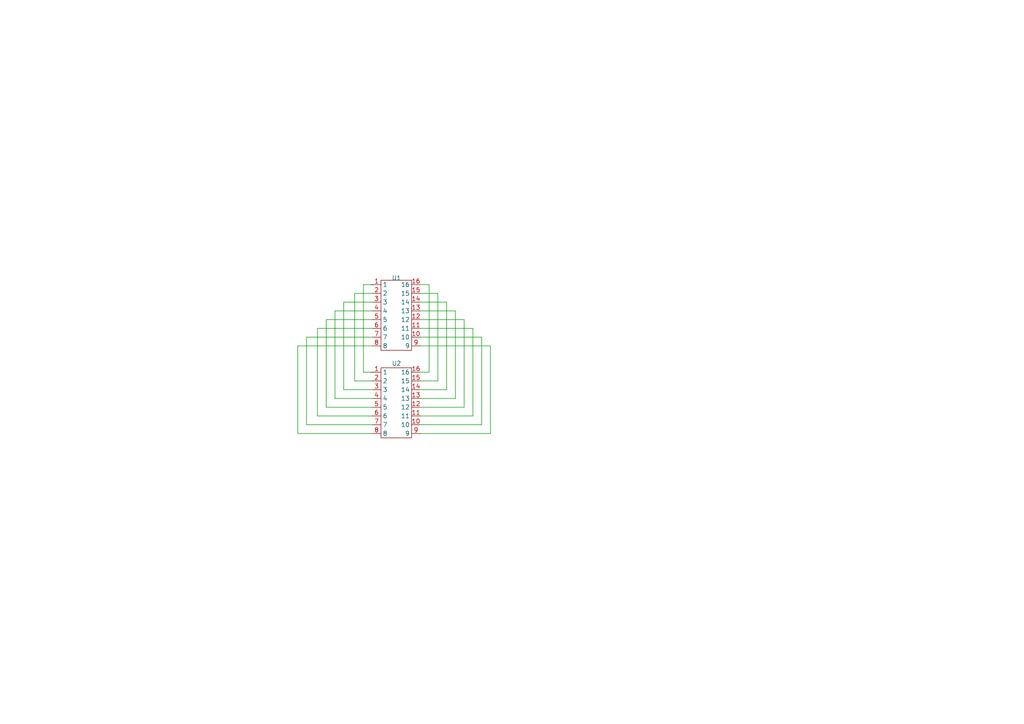
<source format=kicad_sch>
(kicad_sch (version 20230121) (generator eeschema)
  (paper "A4")
  (lib_symbols
    (symbol "16_1"
      (property "Reference" "U" (at 0.508 -0.889 0))
      (symbol "16_1_0_0"
        (pin passive line (at -6.35 7.62 0) (length 2.54) (name "1") (number "1"))
        (pin passive line (at 7.62 -7.62 180) (length 2.54) (name "10") (number "10"))
        (pin passive line (at 7.62 -5.08 180) (length 2.54) (name "11") (number "11"))
        (pin passive line (at 7.62 -2.54 180) (length 2.54) (name "12") (number "12"))
        (pin passive line (at 7.62 0 180) (length 2.54) (name "13") (number "13"))
        (pin passive line (at 7.62 2.54 180) (length 2.54) (name "14") (number "14"))
        (pin passive line (at 7.62 5.08 180) (length 2.54) (name "15") (number "15"))
        (pin passive line (at 7.62 7.62 180) (length 2.54) (name "16") (number "16"))
        (pin passive line (at -6.35 5.08 0) (length 2.54) (name "2") (number "2"))
        (pin passive line (at -6.35 2.54 0) (length 2.54) (name "3") (number "3"))
        (pin passive line (at -6.35 0 0) (length 2.54) (name "4") (number "4"))
        (pin passive line (at -6.35 -2.54 0) (length 2.54) (name "5") (number "5"))
        (pin passive line (at -6.35 -5.08 0) (length 2.54) (name "6") (number "6"))
        (pin passive line (at -6.35 -7.62 0) (length 2.54) (name "7") (number "7"))
        (pin passive line (at -6.35 -10.16 0) (length 2.54) (name "8") (number "8"))
        (pin passive line (at 7.62 -10.16 180) (length 2.54) (name "9") (number "9"))
      )
      (symbol "16_1_0_1"
        (rectangle (start -3.81 8.89) (end 5.08 -11.43))
      )
    )
    (symbol "Custom_Generic:16"
      (property "Reference" "U" (at 0.508 -0.889 0))
      (symbol "16_0_0"
        (pin passive line (at -6.35 7.62 0) (length 2.54) (name "1") (number "1"))
        (pin passive line (at 7.62 -7.62 180) (length 2.54) (name "10") (number "10"))
        (pin passive line (at 7.62 -5.08 180) (length 2.54) (name "11") (number "11"))
        (pin passive line (at 7.62 -2.54 180) (length 2.54) (name "12") (number "12"))
        (pin passive line (at 7.62 0 180) (length 2.54) (name "13") (number "13"))
        (pin passive line (at 7.62 2.54 180) (length 2.54) (name "14") (number "14"))
        (pin passive line (at 7.62 5.08 180) (length 2.54) (name "15") (number "15"))
        (pin passive line (at 7.62 7.62 180) (length 2.54) (name "16") (number "16"))
        (pin passive line (at -6.35 5.08 0) (length 2.54) (name "2") (number "2"))
        (pin passive line (at -6.35 2.54 0) (length 2.54) (name "3") (number "3"))
        (pin passive line (at -6.35 0 0) (length 2.54) (name "4") (number "4"))
        (pin passive line (at -6.35 -2.54 0) (length 2.54) (name "5") (number "5"))
        (pin passive line (at -6.35 -5.08 0) (length 2.54) (name "6") (number "6"))
        (pin passive line (at -6.35 -7.62 0) (length 2.54) (name "7") (number "7"))
        (pin passive line (at -6.35 -10.16 0) (length 2.54) (name "8") (number "8"))
        (pin passive line (at 7.62 -10.16 180) (length 2.54) (name "9") (number "9"))
      )
      (symbol "16_0_1"
        (rectangle (start -3.81 8.89) (end 5.08 -11.43))
      )
    )
  )
  (wire (pts (xy 107.95 100.33) (xy 86.36 100.33)))
  (wire (pts (xy 92.075 120.65) (xy 107.95 120.65)))
  (wire (pts (xy 105.41 82.55) (xy 105.41 107.95)))
  (wire (pts (xy 121.92 87.63) (xy 129.54 87.63)))
  (wire (pts (xy 102.87 85.09) (xy 102.87 110.49)))
  (wire (pts (xy 92.075 95.25) (xy 92.075 120.65)))
  (wire (pts (xy 139.7 123.19) (xy 121.92 123.19)))
  (wire (pts (xy 137.16 95.25) (xy 137.16 120.65)))
  (wire (pts (xy 121.92 90.17) (xy 132.08 90.17)))
  (wire (pts (xy 137.16 120.65) (xy 121.92 120.65)))
  (wire (pts (xy 124.46 82.55) (xy 124.46 107.95)))
  (wire (pts (xy 142.24 100.33) (xy 142.24 125.73)))
  (wire (pts (xy 107.95 95.25) (xy 92.075 95.25)))
  (wire (pts (xy 107.95 82.55) (xy 105.41 82.55)))
  (wire (pts (xy 142.24 125.73) (xy 121.92 125.73)))
  (wire (pts (xy 121.92 95.25) (xy 137.16 95.25)))
  (wire (pts (xy 88.9 123.19) (xy 107.95 123.19)))
  (wire (pts (xy 94.615 118.11) (xy 107.95 118.11)))
  (wire (pts (xy 129.54 113.03) (xy 121.92 113.03)))
  (wire (pts (xy 121.92 100.33) (xy 142.24 100.33)))
  (wire (pts (xy 86.36 125.73) (xy 107.95 125.73)))
  (wire (pts (xy 102.87 110.49) (xy 107.95 110.49)))
  (wire (pts (xy 127 110.49) (xy 121.92 110.49)))
  (wire (pts (xy 107.95 90.17) (xy 97.155 90.17)))
  (wire (pts (xy 121.92 92.71) (xy 134.62 92.71)))
  (wire (pts (xy 121.92 82.55) (xy 124.46 82.55)))
  (wire (pts (xy 121.92 85.09) (xy 127 85.09)))
  (wire (pts (xy 97.155 90.17) (xy 97.155 115.57)))
  (wire (pts (xy 99.695 113.03) (xy 107.95 113.03)))
  (wire (pts (xy 127 85.09) (xy 127 110.49)))
  (wire (pts (xy 107.95 97.79) (xy 88.9 97.79)))
  (wire (pts (xy 107.95 85.09) (xy 102.87 85.09)))
  (wire (pts (xy 132.08 115.57) (xy 121.92 115.57)))
  (wire (pts (xy 134.62 92.71) (xy 134.62 118.11)))
  (wire (pts (xy 105.41 107.95) (xy 107.95 107.95)))
  (wire (pts (xy 139.7 97.79) (xy 139.7 123.19)))
  (wire (pts (xy 97.155 115.57) (xy 107.95 115.57)))
  (wire (pts (xy 132.08 90.17) (xy 132.08 115.57)))
  (wire (pts (xy 124.46 107.95) (xy 121.92 107.95)))
  (wire (pts (xy 107.95 87.63) (xy 99.695 87.63)))
  (wire (pts (xy 86.36 100.33) (xy 86.36 125.73)))
  (wire (pts (xy 88.9 97.79) (xy 88.9 123.19)))
  (wire (pts (xy 107.95 92.71) (xy 94.615 92.71)))
  (wire (pts (xy 129.54 87.63) (xy 129.54 113.03)))
  (wire (pts (xy 99.695 87.63) (xy 99.695 113.03)))
  (wire (pts (xy 121.92 97.79) (xy 139.7 97.79)))
  (wire (pts (xy 134.62 118.11) (xy 121.92 118.11)))
  (wire (pts (xy 94.615 92.71) (xy 94.615 118.11)))
  (symbol (lib_id "Custom_Generic:16") (at 114.3 115.57 0) (unit 1)
    (property "Reference" "U2" (at 114.9985 105.41 0))
    (property "Value" "~" (at 107.95 107.95 0))
    (property "Footprint" "Package_SO:SOIC-16W_7.5x10.3mm_P1.27mm" (effects hide))
  )
  (symbol (lib_name "16_1") (lib_id "Custom_Generic:16") (at 114.3 90.17 0) (unit 1)
    (property "Reference" "U1" (at 114.9985 80.645 0))
    (property "Value" "~" (at 107.95 82.55 0))
    (property "Footprint" "Package_DIP:DIP-16_W7.62mm" (effects hide))
  )
)
</source>
